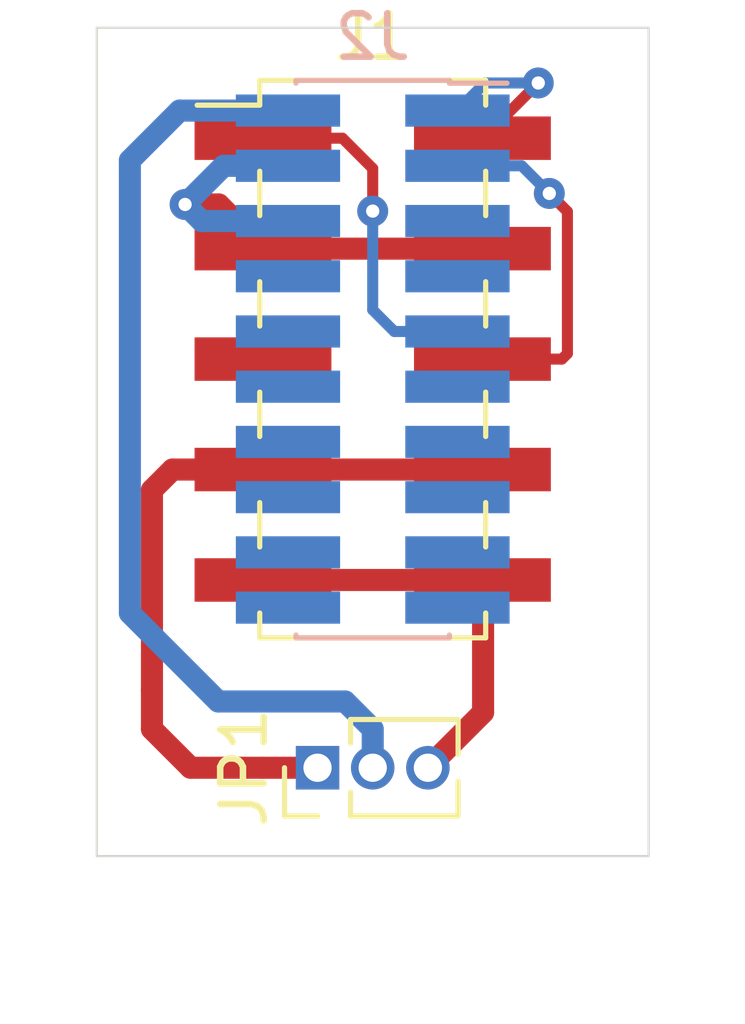
<source format=kicad_pcb>
(kicad_pcb (version 20171130) (host pcbnew "(5.1.6)-1")

  (general
    (thickness 1.6)
    (drawings 4)
    (tracks 46)
    (zones 0)
    (modules 3)
    (nets 23)
  )

  (page A4)
  (layers
    (0 F.Cu signal)
    (31 B.Cu signal)
    (32 B.Adhes user)
    (33 F.Adhes user)
    (34 B.Paste user)
    (35 F.Paste user)
    (36 B.SilkS user)
    (37 F.SilkS user)
    (38 B.Mask user)
    (39 F.Mask user)
    (40 Dwgs.User user)
    (41 Cmts.User user)
    (42 Eco1.User user)
    (43 Eco2.User user)
    (44 Edge.Cuts user)
    (45 Margin user)
    (46 B.CrtYd user)
    (47 F.CrtYd user)
    (48 B.Fab user)
    (49 F.Fab user)
  )

  (setup
    (last_trace_width 0.254)
    (trace_clearance 0.254)
    (zone_clearance 0.508)
    (zone_45_only no)
    (trace_min 0.254)
    (via_size 0.7112)
    (via_drill 0.3048)
    (via_min_size 0.7112)
    (via_min_drill 0.3048)
    (uvia_size 0.4064)
    (uvia_drill 0.2032)
    (uvias_allowed no)
    (uvia_min_size 0.4064)
    (uvia_min_drill 0.2032)
    (edge_width 0.05)
    (segment_width 0.2)
    (pcb_text_width 0.3)
    (pcb_text_size 1.5 1.5)
    (mod_edge_width 0.12)
    (mod_text_size 1 1)
    (mod_text_width 0.15)
    (pad_size 1.524 1.524)
    (pad_drill 0.762)
    (pad_to_mask_clearance 0.05)
    (aux_axis_origin 0 0)
    (visible_elements FFFFFF7F)
    (pcbplotparams
      (layerselection 0x010fc_ffffffff)
      (usegerberextensions false)
      (usegerberattributes true)
      (usegerberadvancedattributes true)
      (creategerberjobfile true)
      (excludeedgelayer true)
      (linewidth 0.100000)
      (plotframeref false)
      (viasonmask false)
      (mode 1)
      (useauxorigin false)
      (hpglpennumber 1)
      (hpglpenspeed 20)
      (hpglpendiameter 15.000000)
      (psnegative false)
      (psa4output false)
      (plotreference true)
      (plotvalue true)
      (plotinvisibletext false)
      (padsonsilk false)
      (subtractmaskfromsilk false)
      (outputformat 1)
      (mirror false)
      (drillshape 1)
      (scaleselection 1)
      (outputdirectory ""))
  )

  (net 0 "")
  (net 1 +5V)
  (net 2 +3V3)
  (net 3 /SWCLK)
  (net 4 "Net-(J1-Pad5)")
  (net 5 GND)
  (net 6 /SWDIO)
  (net 7 /RST)
  (net 8 "Net-(J2-Pad20)")
  (net 9 "Net-(J2-Pad19)")
  (net 10 "Net-(J2-Pad18)")
  (net 11 "Net-(J2-Pad17)")
  (net 12 "Net-(J2-Pad16)")
  (net 13 "Net-(J2-Pad15)")
  (net 14 "Net-(J2-Pad14)")
  (net 15 "Net-(J2-Pad13)")
  (net 16 "Net-(J2-Pad12)")
  (net 17 "Net-(J2-Pad11)")
  (net 18 "Net-(J2-Pad8)")
  (net 19 "Net-(J2-Pad7)")
  (net 20 "Net-(J2-Pad10)")
  (net 21 "Net-(J2-Pad5)")
  (net 22 "Net-(J2-Pad2)")

  (net_class Default "This is the default net class."
    (clearance 0.254)
    (trace_width 0.254)
    (via_dia 0.7112)
    (via_drill 0.3048)
    (uvia_dia 0.4064)
    (uvia_drill 0.2032)
    (diff_pair_width 0.254)
    (diff_pair_gap 0.254)
    (add_net +3V3)
    (add_net +5V)
    (add_net /RST)
    (add_net /SWCLK)
    (add_net /SWDIO)
    (add_net GND)
    (add_net "Net-(J1-Pad5)")
    (add_net "Net-(J2-Pad10)")
    (add_net "Net-(J2-Pad11)")
    (add_net "Net-(J2-Pad12)")
    (add_net "Net-(J2-Pad13)")
    (add_net "Net-(J2-Pad14)")
    (add_net "Net-(J2-Pad15)")
    (add_net "Net-(J2-Pad16)")
    (add_net "Net-(J2-Pad17)")
    (add_net "Net-(J2-Pad18)")
    (add_net "Net-(J2-Pad19)")
    (add_net "Net-(J2-Pad2)")
    (add_net "Net-(J2-Pad20)")
    (add_net "Net-(J2-Pad5)")
    (add_net "Net-(J2-Pad7)")
    (add_net "Net-(J2-Pad8)")
  )

  (module Connector_PinHeader_1.27mm:PinHeader_1x03_P1.27mm_Vertical (layer F.Cu) (tedit 59FED6E3) (tstamp 5F2764A4)
    (at 154.94 126.238 90)
    (descr "Through hole straight pin header, 1x03, 1.27mm pitch, single row")
    (tags "Through hole pin header THT 1x03 1.27mm single row")
    (path /5F2821FC)
    (fp_text reference JP1 (at 0 -1.695 90) (layer F.SilkS)
      (effects (font (size 1 1) (thickness 0.15)))
    )
    (fp_text value Jumper_3_Open (at 0 4.235 90) (layer F.Fab)
      (effects (font (size 1 1) (thickness 0.15)))
    )
    (fp_text user %R (at 0 1.27) (layer F.Fab)
      (effects (font (size 1 1) (thickness 0.15)))
    )
    (fp_line (start -0.525 -0.635) (end 1.05 -0.635) (layer F.Fab) (width 0.1))
    (fp_line (start 1.05 -0.635) (end 1.05 3.175) (layer F.Fab) (width 0.1))
    (fp_line (start 1.05 3.175) (end -1.05 3.175) (layer F.Fab) (width 0.1))
    (fp_line (start -1.05 3.175) (end -1.05 -0.11) (layer F.Fab) (width 0.1))
    (fp_line (start -1.05 -0.11) (end -0.525 -0.635) (layer F.Fab) (width 0.1))
    (fp_line (start -1.11 3.235) (end -0.30753 3.235) (layer F.SilkS) (width 0.12))
    (fp_line (start 0.30753 3.235) (end 1.11 3.235) (layer F.SilkS) (width 0.12))
    (fp_line (start -1.11 0.76) (end -1.11 3.235) (layer F.SilkS) (width 0.12))
    (fp_line (start 1.11 0.76) (end 1.11 3.235) (layer F.SilkS) (width 0.12))
    (fp_line (start -1.11 0.76) (end -0.563471 0.76) (layer F.SilkS) (width 0.12))
    (fp_line (start 0.563471 0.76) (end 1.11 0.76) (layer F.SilkS) (width 0.12))
    (fp_line (start -1.11 0) (end -1.11 -0.76) (layer F.SilkS) (width 0.12))
    (fp_line (start -1.11 -0.76) (end 0 -0.76) (layer F.SilkS) (width 0.12))
    (fp_line (start -1.55 -1.15) (end -1.55 3.7) (layer F.CrtYd) (width 0.05))
    (fp_line (start -1.55 3.7) (end 1.55 3.7) (layer F.CrtYd) (width 0.05))
    (fp_line (start 1.55 3.7) (end 1.55 -1.15) (layer F.CrtYd) (width 0.05))
    (fp_line (start 1.55 -1.15) (end -1.55 -1.15) (layer F.CrtYd) (width 0.05))
    (pad 3 thru_hole oval (at 0 2.54 90) (size 1 1) (drill 0.65) (layers *.Cu *.Mask)
      (net 1 +5V))
    (pad 2 thru_hole oval (at 0 1.27 90) (size 1 1) (drill 0.65) (layers *.Cu *.Mask)
      (net 22 "Net-(J2-Pad2)"))
    (pad 1 thru_hole rect (at 0 0 90) (size 1 1) (drill 0.65) (layers *.Cu *.Mask)
      (net 2 +3V3))
    (model ${KISYS3DMOD}/Connector_PinHeader_1.27mm.3dshapes/PinHeader_1x03_P1.27mm_Vertical.wrl
      (at (xyz 0 0 0))
      (scale (xyz 1 1 1))
      (rotate (xyz 0 0 0))
    )
  )

  (module Connector_PinHeader_1.27mm:PinHeader_2x10_P1.27mm_Vertical_SMD (layer B.Cu) (tedit 59FED6E3) (tstamp 5F274292)
    (at 156.21 116.84 180)
    (descr "surface-mounted straight pin header, 2x10, 1.27mm pitch, double rows")
    (tags "Surface mounted pin header SMD 2x10 1.27mm double row")
    (path /5F27348A)
    (attr smd)
    (fp_text reference J2 (at 0 7.41) (layer B.SilkS)
      (effects (font (size 1 1) (thickness 0.15)) (justify mirror))
    )
    (fp_text value Conn_02x10_Odd_Even (at 0 -7.41) (layer B.Fab)
      (effects (font (size 1 1) (thickness 0.15)) (justify mirror))
    )
    (fp_text user %R (at 0 0 270) (layer B.Fab)
      (effects (font (size 1 1) (thickness 0.15)) (justify mirror))
    )
    (fp_line (start 1.705 -6.35) (end -1.705 -6.35) (layer B.Fab) (width 0.1))
    (fp_line (start -1.27 6.35) (end 1.705 6.35) (layer B.Fab) (width 0.1))
    (fp_line (start -1.705 -6.35) (end -1.705 5.915) (layer B.Fab) (width 0.1))
    (fp_line (start -1.705 5.915) (end -1.27 6.35) (layer B.Fab) (width 0.1))
    (fp_line (start 1.705 6.35) (end 1.705 -6.35) (layer B.Fab) (width 0.1))
    (fp_line (start -1.705 5.915) (end -2.75 5.915) (layer B.Fab) (width 0.1))
    (fp_line (start -2.75 5.915) (end -2.75 5.515) (layer B.Fab) (width 0.1))
    (fp_line (start -2.75 5.515) (end -1.705 5.515) (layer B.Fab) (width 0.1))
    (fp_line (start 1.705 5.915) (end 2.75 5.915) (layer B.Fab) (width 0.1))
    (fp_line (start 2.75 5.915) (end 2.75 5.515) (layer B.Fab) (width 0.1))
    (fp_line (start 2.75 5.515) (end 1.705 5.515) (layer B.Fab) (width 0.1))
    (fp_line (start -1.705 4.645) (end -2.75 4.645) (layer B.Fab) (width 0.1))
    (fp_line (start -2.75 4.645) (end -2.75 4.245) (layer B.Fab) (width 0.1))
    (fp_line (start -2.75 4.245) (end -1.705 4.245) (layer B.Fab) (width 0.1))
    (fp_line (start 1.705 4.645) (end 2.75 4.645) (layer B.Fab) (width 0.1))
    (fp_line (start 2.75 4.645) (end 2.75 4.245) (layer B.Fab) (width 0.1))
    (fp_line (start 2.75 4.245) (end 1.705 4.245) (layer B.Fab) (width 0.1))
    (fp_line (start -1.705 3.375) (end -2.75 3.375) (layer B.Fab) (width 0.1))
    (fp_line (start -2.75 3.375) (end -2.75 2.975) (layer B.Fab) (width 0.1))
    (fp_line (start -2.75 2.975) (end -1.705 2.975) (layer B.Fab) (width 0.1))
    (fp_line (start 1.705 3.375) (end 2.75 3.375) (layer B.Fab) (width 0.1))
    (fp_line (start 2.75 3.375) (end 2.75 2.975) (layer B.Fab) (width 0.1))
    (fp_line (start 2.75 2.975) (end 1.705 2.975) (layer B.Fab) (width 0.1))
    (fp_line (start -1.705 2.105) (end -2.75 2.105) (layer B.Fab) (width 0.1))
    (fp_line (start -2.75 2.105) (end -2.75 1.705) (layer B.Fab) (width 0.1))
    (fp_line (start -2.75 1.705) (end -1.705 1.705) (layer B.Fab) (width 0.1))
    (fp_line (start 1.705 2.105) (end 2.75 2.105) (layer B.Fab) (width 0.1))
    (fp_line (start 2.75 2.105) (end 2.75 1.705) (layer B.Fab) (width 0.1))
    (fp_line (start 2.75 1.705) (end 1.705 1.705) (layer B.Fab) (width 0.1))
    (fp_line (start -1.705 0.835) (end -2.75 0.835) (layer B.Fab) (width 0.1))
    (fp_line (start -2.75 0.835) (end -2.75 0.435) (layer B.Fab) (width 0.1))
    (fp_line (start -2.75 0.435) (end -1.705 0.435) (layer B.Fab) (width 0.1))
    (fp_line (start 1.705 0.835) (end 2.75 0.835) (layer B.Fab) (width 0.1))
    (fp_line (start 2.75 0.835) (end 2.75 0.435) (layer B.Fab) (width 0.1))
    (fp_line (start 2.75 0.435) (end 1.705 0.435) (layer B.Fab) (width 0.1))
    (fp_line (start -1.705 -0.435) (end -2.75 -0.435) (layer B.Fab) (width 0.1))
    (fp_line (start -2.75 -0.435) (end -2.75 -0.835) (layer B.Fab) (width 0.1))
    (fp_line (start -2.75 -0.835) (end -1.705 -0.835) (layer B.Fab) (width 0.1))
    (fp_line (start 1.705 -0.435) (end 2.75 -0.435) (layer B.Fab) (width 0.1))
    (fp_line (start 2.75 -0.435) (end 2.75 -0.835) (layer B.Fab) (width 0.1))
    (fp_line (start 2.75 -0.835) (end 1.705 -0.835) (layer B.Fab) (width 0.1))
    (fp_line (start -1.705 -1.705) (end -2.75 -1.705) (layer B.Fab) (width 0.1))
    (fp_line (start -2.75 -1.705) (end -2.75 -2.105) (layer B.Fab) (width 0.1))
    (fp_line (start -2.75 -2.105) (end -1.705 -2.105) (layer B.Fab) (width 0.1))
    (fp_line (start 1.705 -1.705) (end 2.75 -1.705) (layer B.Fab) (width 0.1))
    (fp_line (start 2.75 -1.705) (end 2.75 -2.105) (layer B.Fab) (width 0.1))
    (fp_line (start 2.75 -2.105) (end 1.705 -2.105) (layer B.Fab) (width 0.1))
    (fp_line (start -1.705 -2.975) (end -2.75 -2.975) (layer B.Fab) (width 0.1))
    (fp_line (start -2.75 -2.975) (end -2.75 -3.375) (layer B.Fab) (width 0.1))
    (fp_line (start -2.75 -3.375) (end -1.705 -3.375) (layer B.Fab) (width 0.1))
    (fp_line (start 1.705 -2.975) (end 2.75 -2.975) (layer B.Fab) (width 0.1))
    (fp_line (start 2.75 -2.975) (end 2.75 -3.375) (layer B.Fab) (width 0.1))
    (fp_line (start 2.75 -3.375) (end 1.705 -3.375) (layer B.Fab) (width 0.1))
    (fp_line (start -1.705 -4.245) (end -2.75 -4.245) (layer B.Fab) (width 0.1))
    (fp_line (start -2.75 -4.245) (end -2.75 -4.645) (layer B.Fab) (width 0.1))
    (fp_line (start -2.75 -4.645) (end -1.705 -4.645) (layer B.Fab) (width 0.1))
    (fp_line (start 1.705 -4.245) (end 2.75 -4.245) (layer B.Fab) (width 0.1))
    (fp_line (start 2.75 -4.245) (end 2.75 -4.645) (layer B.Fab) (width 0.1))
    (fp_line (start 2.75 -4.645) (end 1.705 -4.645) (layer B.Fab) (width 0.1))
    (fp_line (start -1.705 -5.515) (end -2.75 -5.515) (layer B.Fab) (width 0.1))
    (fp_line (start -2.75 -5.515) (end -2.75 -5.915) (layer B.Fab) (width 0.1))
    (fp_line (start -2.75 -5.915) (end -1.705 -5.915) (layer B.Fab) (width 0.1))
    (fp_line (start 1.705 -5.515) (end 2.75 -5.515) (layer B.Fab) (width 0.1))
    (fp_line (start 2.75 -5.515) (end 2.75 -5.915) (layer B.Fab) (width 0.1))
    (fp_line (start 2.75 -5.915) (end 1.705 -5.915) (layer B.Fab) (width 0.1))
    (fp_line (start -1.765 6.41) (end 1.765 6.41) (layer B.SilkS) (width 0.12))
    (fp_line (start -1.765 -6.41) (end 1.765 -6.41) (layer B.SilkS) (width 0.12))
    (fp_line (start -3.09 6.345) (end -1.765 6.345) (layer B.SilkS) (width 0.12))
    (fp_line (start -1.765 6.41) (end -1.765 6.345) (layer B.SilkS) (width 0.12))
    (fp_line (start 1.765 6.41) (end 1.765 6.345) (layer B.SilkS) (width 0.12))
    (fp_line (start -1.765 -6.345) (end -1.765 -6.41) (layer B.SilkS) (width 0.12))
    (fp_line (start 1.765 -6.345) (end 1.765 -6.41) (layer B.SilkS) (width 0.12))
    (fp_line (start -4.3 6.85) (end -4.3 -6.85) (layer B.CrtYd) (width 0.05))
    (fp_line (start -4.3 -6.85) (end 4.3 -6.85) (layer B.CrtYd) (width 0.05))
    (fp_line (start 4.3 -6.85) (end 4.3 6.85) (layer B.CrtYd) (width 0.05))
    (fp_line (start 4.3 6.85) (end -4.3 6.85) (layer B.CrtYd) (width 0.05))
    (pad 20 smd rect (at 1.95 -5.715 180) (size 2.4 0.74) (layers B.Cu B.Paste B.Mask)
      (net 8 "Net-(J2-Pad20)"))
    (pad 19 smd rect (at -1.95 -5.715 180) (size 2.4 0.74) (layers B.Cu B.Paste B.Mask)
      (net 9 "Net-(J2-Pad19)"))
    (pad 18 smd rect (at 1.95 -4.445 180) (size 2.4 0.74) (layers B.Cu B.Paste B.Mask)
      (net 10 "Net-(J2-Pad18)"))
    (pad 17 smd rect (at -1.95 -4.445 180) (size 2.4 0.74) (layers B.Cu B.Paste B.Mask)
      (net 11 "Net-(J2-Pad17)"))
    (pad 16 smd rect (at 1.95 -3.175 180) (size 2.4 0.74) (layers B.Cu B.Paste B.Mask)
      (net 12 "Net-(J2-Pad16)"))
    (pad 15 smd rect (at -1.95 -3.175 180) (size 2.4 0.74) (layers B.Cu B.Paste B.Mask)
      (net 13 "Net-(J2-Pad15)"))
    (pad 14 smd rect (at 1.95 -1.905 180) (size 2.4 0.74) (layers B.Cu B.Paste B.Mask)
      (net 14 "Net-(J2-Pad14)"))
    (pad 13 smd rect (at -1.95 -1.905 180) (size 2.4 0.74) (layers B.Cu B.Paste B.Mask)
      (net 15 "Net-(J2-Pad13)"))
    (pad 12 smd rect (at 1.95 -0.635 180) (size 2.4 0.74) (layers B.Cu B.Paste B.Mask)
      (net 16 "Net-(J2-Pad12)"))
    (pad 11 smd rect (at -1.95 -0.635 180) (size 2.4 0.74) (layers B.Cu B.Paste B.Mask)
      (net 17 "Net-(J2-Pad11)"))
    (pad 10 smd rect (at 1.95 0.635 180) (size 2.4 0.74) (layers B.Cu B.Paste B.Mask)
      (net 20 "Net-(J2-Pad10)"))
    (pad 9 smd rect (at -1.95 0.635 180) (size 2.4 0.74) (layers B.Cu B.Paste B.Mask)
      (net 7 /RST))
    (pad 8 smd rect (at 1.95 1.905 180) (size 2.4 0.74) (layers B.Cu B.Paste B.Mask)
      (net 18 "Net-(J2-Pad8)"))
    (pad 7 smd rect (at -1.95 1.905 180) (size 2.4 0.74) (layers B.Cu B.Paste B.Mask)
      (net 19 "Net-(J2-Pad7)"))
    (pad 6 smd rect (at 1.95 3.175 180) (size 2.4 0.74) (layers B.Cu B.Paste B.Mask)
      (net 5 GND))
    (pad 5 smd rect (at -1.95 3.175 180) (size 2.4 0.74) (layers B.Cu B.Paste B.Mask)
      (net 21 "Net-(J2-Pad5)"))
    (pad 4 smd rect (at 1.95 4.445 180) (size 2.4 0.74) (layers B.Cu B.Paste B.Mask)
      (net 5 GND))
    (pad 3 smd rect (at -1.95 4.445 180) (size 2.4 0.74) (layers B.Cu B.Paste B.Mask)
      (net 3 /SWCLK))
    (pad 2 smd rect (at 1.95 5.715 180) (size 2.4 0.74) (layers B.Cu B.Paste B.Mask)
      (net 22 "Net-(J2-Pad2)"))
    (pad 1 smd rect (at -1.95 5.715 180) (size 2.4 0.74) (layers B.Cu B.Paste B.Mask)
      (net 6 /SWDIO))
    (model ${KISYS3DMOD}/Connector_PinHeader_1.27mm.3dshapes/PinHeader_2x10_P1.27mm_Vertical_SMD.wrl
      (at (xyz 0 0 0))
      (scale (xyz 1 1 1))
      (rotate (xyz 0 0 0))
    )
  )

  (module Connector_PinHeader_2.54mm:PinHeader_2x05_P2.54mm_Vertical_SMD (layer F.Cu) (tedit 59FED5CC) (tstamp 5F27422D)
    (at 156.21 116.84)
    (descr "surface-mounted straight pin header, 2x05, 2.54mm pitch, double rows")
    (tags "Surface mounted pin header SMD 2x05 2.54mm double row")
    (path /5F273F5A)
    (attr smd)
    (fp_text reference J1 (at 0 -7.41) (layer F.SilkS)
      (effects (font (size 1 1) (thickness 0.15)))
    )
    (fp_text value Conn_02x05_Odd_Even (at 0 7.41) (layer F.Fab)
      (effects (font (size 1 1) (thickness 0.15)))
    )
    (fp_text user %R (at 0 0 90) (layer F.Fab)
      (effects (font (size 1 1) (thickness 0.15)))
    )
    (fp_line (start 2.54 6.35) (end -2.54 6.35) (layer F.Fab) (width 0.1))
    (fp_line (start -1.59 -6.35) (end 2.54 -6.35) (layer F.Fab) (width 0.1))
    (fp_line (start -2.54 6.35) (end -2.54 -5.4) (layer F.Fab) (width 0.1))
    (fp_line (start -2.54 -5.4) (end -1.59 -6.35) (layer F.Fab) (width 0.1))
    (fp_line (start 2.54 -6.35) (end 2.54 6.35) (layer F.Fab) (width 0.1))
    (fp_line (start -2.54 -5.4) (end -3.6 -5.4) (layer F.Fab) (width 0.1))
    (fp_line (start -3.6 -5.4) (end -3.6 -4.76) (layer F.Fab) (width 0.1))
    (fp_line (start -3.6 -4.76) (end -2.54 -4.76) (layer F.Fab) (width 0.1))
    (fp_line (start 2.54 -5.4) (end 3.6 -5.4) (layer F.Fab) (width 0.1))
    (fp_line (start 3.6 -5.4) (end 3.6 -4.76) (layer F.Fab) (width 0.1))
    (fp_line (start 3.6 -4.76) (end 2.54 -4.76) (layer F.Fab) (width 0.1))
    (fp_line (start -2.54 -2.86) (end -3.6 -2.86) (layer F.Fab) (width 0.1))
    (fp_line (start -3.6 -2.86) (end -3.6 -2.22) (layer F.Fab) (width 0.1))
    (fp_line (start -3.6 -2.22) (end -2.54 -2.22) (layer F.Fab) (width 0.1))
    (fp_line (start 2.54 -2.86) (end 3.6 -2.86) (layer F.Fab) (width 0.1))
    (fp_line (start 3.6 -2.86) (end 3.6 -2.22) (layer F.Fab) (width 0.1))
    (fp_line (start 3.6 -2.22) (end 2.54 -2.22) (layer F.Fab) (width 0.1))
    (fp_line (start -2.54 -0.32) (end -3.6 -0.32) (layer F.Fab) (width 0.1))
    (fp_line (start -3.6 -0.32) (end -3.6 0.32) (layer F.Fab) (width 0.1))
    (fp_line (start -3.6 0.32) (end -2.54 0.32) (layer F.Fab) (width 0.1))
    (fp_line (start 2.54 -0.32) (end 3.6 -0.32) (layer F.Fab) (width 0.1))
    (fp_line (start 3.6 -0.32) (end 3.6 0.32) (layer F.Fab) (width 0.1))
    (fp_line (start 3.6 0.32) (end 2.54 0.32) (layer F.Fab) (width 0.1))
    (fp_line (start -2.54 2.22) (end -3.6 2.22) (layer F.Fab) (width 0.1))
    (fp_line (start -3.6 2.22) (end -3.6 2.86) (layer F.Fab) (width 0.1))
    (fp_line (start -3.6 2.86) (end -2.54 2.86) (layer F.Fab) (width 0.1))
    (fp_line (start 2.54 2.22) (end 3.6 2.22) (layer F.Fab) (width 0.1))
    (fp_line (start 3.6 2.22) (end 3.6 2.86) (layer F.Fab) (width 0.1))
    (fp_line (start 3.6 2.86) (end 2.54 2.86) (layer F.Fab) (width 0.1))
    (fp_line (start -2.54 4.76) (end -3.6 4.76) (layer F.Fab) (width 0.1))
    (fp_line (start -3.6 4.76) (end -3.6 5.4) (layer F.Fab) (width 0.1))
    (fp_line (start -3.6 5.4) (end -2.54 5.4) (layer F.Fab) (width 0.1))
    (fp_line (start 2.54 4.76) (end 3.6 4.76) (layer F.Fab) (width 0.1))
    (fp_line (start 3.6 4.76) (end 3.6 5.4) (layer F.Fab) (width 0.1))
    (fp_line (start 3.6 5.4) (end 2.54 5.4) (layer F.Fab) (width 0.1))
    (fp_line (start -2.6 -6.41) (end 2.6 -6.41) (layer F.SilkS) (width 0.12))
    (fp_line (start -2.6 6.41) (end 2.6 6.41) (layer F.SilkS) (width 0.12))
    (fp_line (start -4.04 -5.84) (end -2.6 -5.84) (layer F.SilkS) (width 0.12))
    (fp_line (start -2.6 -6.41) (end -2.6 -5.84) (layer F.SilkS) (width 0.12))
    (fp_line (start 2.6 -6.41) (end 2.6 -5.84) (layer F.SilkS) (width 0.12))
    (fp_line (start -2.6 5.84) (end -2.6 6.41) (layer F.SilkS) (width 0.12))
    (fp_line (start 2.6 5.84) (end 2.6 6.41) (layer F.SilkS) (width 0.12))
    (fp_line (start -2.6 -4.32) (end -2.6 -3.3) (layer F.SilkS) (width 0.12))
    (fp_line (start 2.6 -4.32) (end 2.6 -3.3) (layer F.SilkS) (width 0.12))
    (fp_line (start -2.6 -1.78) (end -2.6 -0.76) (layer F.SilkS) (width 0.12))
    (fp_line (start 2.6 -1.78) (end 2.6 -0.76) (layer F.SilkS) (width 0.12))
    (fp_line (start -2.6 0.76) (end -2.6 1.78) (layer F.SilkS) (width 0.12))
    (fp_line (start 2.6 0.76) (end 2.6 1.78) (layer F.SilkS) (width 0.12))
    (fp_line (start -2.6 3.3) (end -2.6 4.32) (layer F.SilkS) (width 0.12))
    (fp_line (start 2.6 3.3) (end 2.6 4.32) (layer F.SilkS) (width 0.12))
    (fp_line (start -5.9 -6.85) (end -5.9 6.85) (layer F.CrtYd) (width 0.05))
    (fp_line (start -5.9 6.85) (end 5.9 6.85) (layer F.CrtYd) (width 0.05))
    (fp_line (start 5.9 6.85) (end 5.9 -6.85) (layer F.CrtYd) (width 0.05))
    (fp_line (start 5.9 -6.85) (end -5.9 -6.85) (layer F.CrtYd) (width 0.05))
    (pad 10 smd rect (at 2.525 5.08) (size 3.15 1) (layers F.Cu F.Paste F.Mask)
      (net 1 +5V))
    (pad 9 smd rect (at -2.525 5.08) (size 3.15 1) (layers F.Cu F.Paste F.Mask)
      (net 1 +5V))
    (pad 8 smd rect (at 2.525 2.54) (size 3.15 1) (layers F.Cu F.Paste F.Mask)
      (net 2 +3V3))
    (pad 7 smd rect (at -2.525 2.54) (size 3.15 1) (layers F.Cu F.Paste F.Mask)
      (net 2 +3V3))
    (pad 6 smd rect (at 2.525 0) (size 3.15 1) (layers F.Cu F.Paste F.Mask)
      (net 3 /SWCLK))
    (pad 5 smd rect (at -2.525 0) (size 3.15 1) (layers F.Cu F.Paste F.Mask)
      (net 4 "Net-(J1-Pad5)"))
    (pad 4 smd rect (at 2.525 -2.54) (size 3.15 1) (layers F.Cu F.Paste F.Mask)
      (net 5 GND))
    (pad 3 smd rect (at -2.525 -2.54) (size 3.15 1) (layers F.Cu F.Paste F.Mask)
      (net 5 GND))
    (pad 2 smd rect (at 2.525 -5.08) (size 3.15 1) (layers F.Cu F.Paste F.Mask)
      (net 6 /SWDIO))
    (pad 1 smd rect (at -2.525 -5.08) (size 3.15 1) (layers F.Cu F.Paste F.Mask)
      (net 7 /RST))
    (model ${KISYS3DMOD}/Connector_PinHeader_2.54mm.3dshapes/PinHeader_2x05_P2.54mm_Vertical_SMD.wrl
      (at (xyz 0 0 0))
      (scale (xyz 1 1 1))
      (rotate (xyz 0 0 0))
    )
  )

  (gr_line (start 149.86 109.22) (end 149.86 128.27) (layer Edge.Cuts) (width 0.05) (tstamp 5F275389))
  (gr_line (start 162.56 109.22) (end 149.86 109.22) (layer Edge.Cuts) (width 0.05))
  (gr_line (start 162.56 128.27) (end 162.56 109.22) (layer Edge.Cuts) (width 0.05))
  (gr_line (start 149.86 128.27) (end 162.56 128.27) (layer Edge.Cuts) (width 0.05))

  (segment (start 153.685 121.92) (end 158.735 121.92) (width 0.508) (layer F.Cu) (net 1))
  (segment (start 158.75 121.935) (end 158.735 121.92) (width 0.508) (layer F.Cu) (net 1))
  (segment (start 157.48 126.238) (end 158.75 124.968) (width 0.508) (layer F.Cu) (net 1))
  (segment (start 158.75 124.968) (end 158.75 121.935) (width 0.508) (layer F.Cu) (net 1))
  (segment (start 153.685 119.38) (end 158.735 119.38) (width 0.508) (layer F.Cu) (net 2))
  (segment (start 151.13 119.852) (end 151.602 119.38) (width 0.508) (layer F.Cu) (net 2))
  (segment (start 151.602 119.38) (end 153.685 119.38) (width 0.508) (layer F.Cu) (net 2))
  (segment (start 151.13 124.46) (end 151.13 119.852) (width 0.508) (layer F.Cu) (net 2))
  (segment (start 152.019 126.238) (end 153.67 126.238) (width 0.508) (layer F.Cu) (net 2))
  (segment (start 151.13 125.349) (end 152.019 126.238) (width 0.508) (layer F.Cu) (net 2))
  (segment (start 151.13 124.46) (end 151.13 125.349) (width 0.508) (layer F.Cu) (net 2))
  (segment (start 153.67 126.238) (end 154.94 126.238) (width 0.508) (layer F.Cu) (net 2))
  (segment (start 160.691001 113.447001) (end 160.274 113.03) (width 0.254) (layer F.Cu) (net 3))
  (via (at 160.274 113.03) (size 0.7112) (drill 0.3048) (layers F.Cu B.Cu) (net 3))
  (segment (start 158.735 116.84) (end 160.564 116.84) (width 0.254) (layer F.Cu) (net 3))
  (segment (start 160.691001 116.712999) (end 160.691001 113.447001) (width 0.254) (layer F.Cu) (net 3))
  (segment (start 160.564 116.84) (end 160.691001 116.712999) (width 0.254) (layer F.Cu) (net 3))
  (segment (start 159.639 112.395) (end 158.16 112.395) (width 0.254) (layer B.Cu) (net 3))
  (segment (start 160.274 113.03) (end 159.639 112.395) (width 0.254) (layer B.Cu) (net 3))
  (segment (start 153.685 114.3) (end 158.735 114.3) (width 0.508) (layer F.Cu) (net 5))
  (segment (start 154.26 113.665) (end 152.273 113.665) (width 0.508) (layer B.Cu) (net 5))
  (via (at 151.892 113.284) (size 0.7112) (drill 0.3048) (layers F.Cu B.Cu) (net 5))
  (segment (start 152.273 113.665) (end 151.892 113.284) (width 0.508) (layer B.Cu) (net 5))
  (segment (start 152.669 113.284) (end 153.685 114.3) (width 0.508) (layer F.Cu) (net 5))
  (segment (start 151.892 113.284) (end 152.669 113.284) (width 0.508) (layer F.Cu) (net 5))
  (segment (start 152.781 112.395) (end 151.892 113.284) (width 0.508) (layer B.Cu) (net 5))
  (segment (start 154.26 112.395) (end 152.781 112.395) (width 0.508) (layer B.Cu) (net 5))
  (via (at 160.02 110.49) (size 0.7112) (drill 0.3048) (layers F.Cu B.Cu) (net 6))
  (segment (start 158.735 111.76) (end 158.75 111.76) (width 0.254) (layer F.Cu) (net 6))
  (segment (start 158.75 111.76) (end 160.02 110.49) (width 0.254) (layer F.Cu) (net 6))
  (segment (start 158.795 110.49) (end 158.16 111.125) (width 0.254) (layer B.Cu) (net 6))
  (segment (start 160.02 110.49) (end 158.795 110.49) (width 0.254) (layer B.Cu) (net 6))
  (segment (start 153.685 111.76) (end 155.514 111.76) (width 0.254) (layer F.Cu) (net 7))
  (segment (start 155.514 111.76) (end 156.21 112.456) (width 0.254) (layer F.Cu) (net 7))
  (via (at 156.21 113.4364) (size 0.7112) (drill 0.3048) (layers F.Cu B.Cu) (net 7))
  (segment (start 156.21 112.456) (end 156.21 113.4364) (width 0.254) (layer F.Cu) (net 7))
  (segment (start 156.706 116.205) (end 158.16 116.205) (width 0.254) (layer B.Cu) (net 7))
  (segment (start 156.21 115.709) (end 156.706 116.205) (width 0.254) (layer B.Cu) (net 7))
  (segment (start 156.21 113.4364) (end 156.21 115.709) (width 0.254) (layer B.Cu) (net 7))
  (segment (start 155.575 124.714) (end 156.21 125.349) (width 0.508) (layer B.Cu) (net 22))
  (segment (start 150.622 122.682) (end 152.654 124.714) (width 0.508) (layer B.Cu) (net 22))
  (segment (start 150.622 112.268) (end 150.622 122.682) (width 0.508) (layer B.Cu) (net 22))
  (segment (start 156.21 125.349) (end 156.21 126.238) (width 0.508) (layer B.Cu) (net 22))
  (segment (start 151.765 111.125) (end 150.622 112.268) (width 0.508) (layer B.Cu) (net 22))
  (segment (start 152.654 124.714) (end 155.575 124.714) (width 0.508) (layer B.Cu) (net 22))
  (segment (start 154.26 111.125) (end 151.765 111.125) (width 0.508) (layer B.Cu) (net 22))

)

</source>
